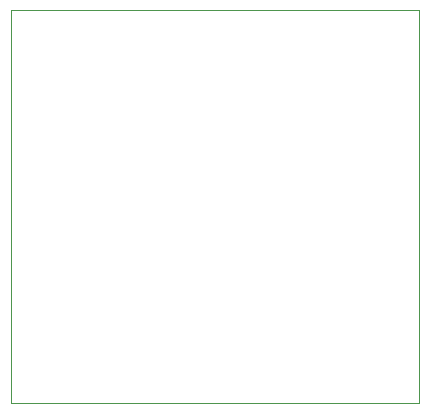
<source format=gbr>
%TF.GenerationSoftware,KiCad,Pcbnew,8.0.1+1*%
%TF.CreationDate,2024-05-08T14:56:33-06:00*%
%TF.ProjectId,encoder-to-i2c-tssop20.kicad_pro,656e636f-6465-4722-9d74-6f2d6932632d,rev?*%
%TF.SameCoordinates,Original*%
%TF.FileFunction,Profile,NP*%
%FSLAX46Y46*%
G04 Gerber Fmt 4.6, Leading zero omitted, Abs format (unit mm)*
G04 Created by KiCad (PCBNEW 8.0.1+1) date 2024-05-08 14:56:33*
%MOMM*%
%LPD*%
G01*
G04 APERTURE LIST*
%TA.AperFunction,Profile*%
%ADD10C,0.050000*%
%TD*%
G04 APERTURE END LIST*
D10*
X27554500Y-36472000D02*
X62098500Y-36472000D01*
X62098500Y-69746000D01*
X27554500Y-69746000D01*
X27554500Y-36472000D01*
M02*

</source>
